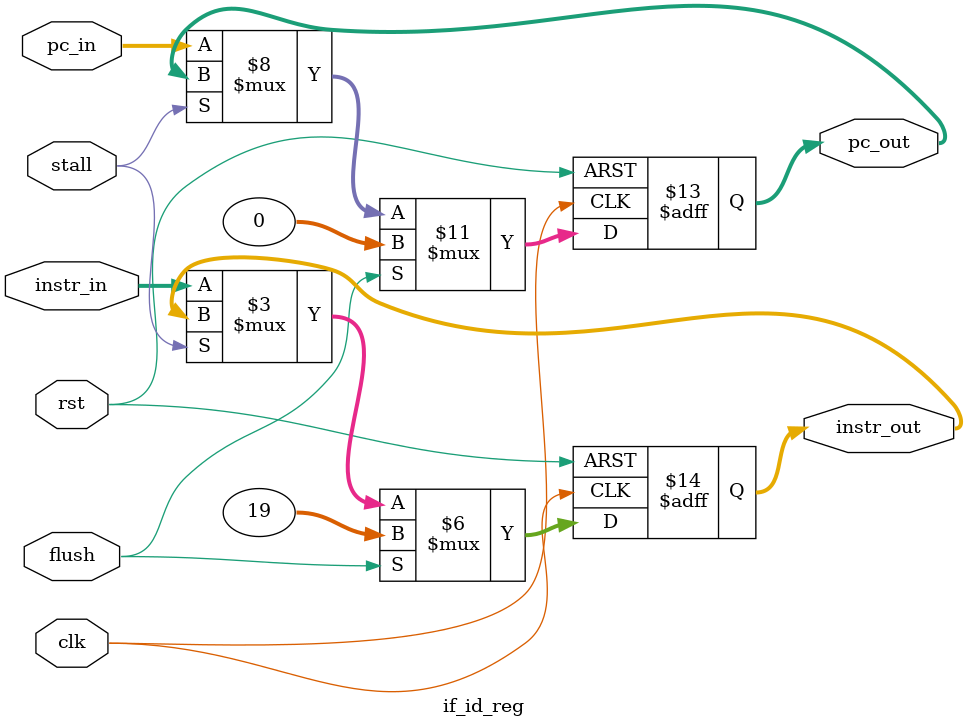
<source format=v>
`timescale 1ns / 1ps


module if_id_reg(
   input  wire clk,
    input  wire rst,
    input  wire stall,    // hold IF/ID when stall
    input  wire flush,    // clear IF/ID (on branch taken)
    input  wire [31:0] pc_in,
    input  wire [31:0] instr_in,
    output reg  [31:0] pc_out,
    output reg  [31:0] instr_out
    );
    
     always @(posedge clk or posedge rst) begin
        if (rst) begin
            pc_out    <= 32'b0;
            instr_out <= 32'h00000013; // NOP (ADDI x0,x0,0)
        end else if (flush) begin
            pc_out    <= 32'b0;
            instr_out <= 32'h00000013; // NOP
        end else if (!stall) begin
            pc_out    <= pc_in;
            instr_out <= instr_in;
        end
        // if stall: hold previous values
    end
endmodule

</source>
